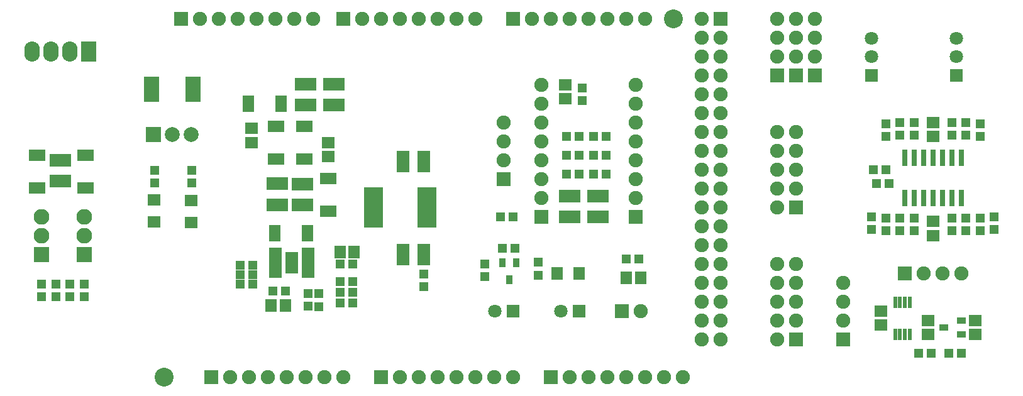
<source format=gbr>
G04 DipTrace 2.4.0.2*
%INTopMask.gbr*%
%MOIN*%
%ADD36C,0.1*%
%ADD40R,0.0709X0.0709*%
%ADD41C,0.0709*%
%ADD49R,0.0748X0.0748*%
%ADD50C,0.0748*%
%ADD63R,0.0237X0.0631*%
%ADD65R,0.0316X0.0867*%
%ADD67R,0.0493X0.0336*%
%ADD69R,0.071X0.0198*%
%ADD72R,0.0789X0.134*%
%ADD74C,0.0828*%
%ADD75R,0.0828X0.0828*%
%ADD76R,0.0336X0.0493*%
%ADD78R,0.1033X0.2182*%
%ADD80O,0.0828X0.1064*%
%ADD82R,0.0828X0.1064*%
%ADD86C,0.0789*%
%ADD87R,0.0789X0.0789*%
%ADD89C,0.058*%
%ADD91R,0.0631X0.071*%
%ADD93R,0.071X0.0631*%
%ADD95R,0.0907X0.0631*%
%ADD97R,0.0631X0.0907*%
%ADD99R,0.1143X0.071*%
%ADD101R,0.0671X0.0592*%
%ADD103R,0.0474X0.0513*%
%ADD105R,0.071X0.1143*%
%ADD107R,0.0592X0.0671*%
%ADD109R,0.0513X0.0474*%
%FSLAX44Y44*%
G04*
G70*
G90*
G75*
G01*
%LNTopMask*%
%LPD*%
D109*
X17812Y6063D3*
X18482D3*
X18500Y4937D3*
X17831D3*
D107*
X14171Y4812D3*
X14919D3*
D105*
X22250Y7500D3*
X21148D3*
X22250Y12437D3*
X21148D3*
D107*
X17812Y7625D3*
X18561D3*
D103*
X16686Y4749D3*
Y5419D3*
D101*
X13125Y13438D3*
Y14186D3*
D99*
X14500Y11250D3*
Y10148D3*
X15821Y11239D3*
Y10136D3*
X16000Y15438D3*
Y16540D3*
X17500Y15438D3*
Y16540D3*
D101*
X17187Y13437D3*
Y12689D3*
D103*
X46750Y8750D3*
Y9419D3*
D101*
X51500Y3250D3*
Y3998D3*
D103*
X47500Y14500D3*
Y13831D3*
X51750Y8750D3*
Y9419D3*
X51000Y14500D3*
Y13831D3*
D101*
X46500Y3752D3*
Y4500D3*
X49000Y3250D3*
Y3998D3*
X49250Y14500D3*
Y13752D3*
Y9250D3*
Y8502D3*
X29750Y15750D3*
Y16498D3*
D99*
X31500Y9500D3*
Y10602D3*
X30000Y9500D3*
Y10602D3*
X3000Y12500D3*
Y11398D3*
D107*
X33002Y6250D3*
X33750D3*
D97*
X14375Y8625D3*
X16107D3*
D95*
X14437Y12562D3*
Y14295D3*
D97*
X12946Y15509D3*
X14679D3*
D93*
X7972Y10403D3*
Y9222D3*
X9937Y9187D3*
Y10369D3*
D95*
X17187Y9812D3*
Y11545D3*
X15937Y12563D3*
Y14295D3*
D91*
X29319Y6500D3*
X30500D3*
D95*
X1750Y12750D3*
Y11018D3*
X4312Y12750D3*
Y11018D3*
D103*
X22272Y5790D3*
Y6460D3*
D109*
X49169Y2250D3*
X48500D3*
X26331Y9500D3*
X27000D3*
D36*
X35500Y20000D3*
D89*
D3*
D36*
X8500Y1000D3*
D89*
D3*
D49*
X11000D3*
D50*
X12000D3*
X13000D3*
X14000D3*
X15000D3*
X16000D3*
X17000D3*
X18000D3*
D49*
X9400Y20000D3*
D50*
X10400D3*
X11400D3*
X12400D3*
X13400D3*
X14400D3*
X15400D3*
X16400D3*
D49*
X38000D3*
D50*
X37000D3*
X38000Y19000D3*
X37000D3*
X38000Y18000D3*
X37000D3*
X38000Y17000D3*
X37000D3*
X38000Y16000D3*
X37000D3*
X38000Y15000D3*
X37000D3*
X38000Y14000D3*
X37000D3*
X38000Y13000D3*
X37000D3*
X38000Y12000D3*
X37000D3*
X38000Y11000D3*
X37000D3*
X38000Y10000D3*
X37000D3*
X38000Y9000D3*
X37000D3*
X38000Y8000D3*
X37000D3*
X38000Y7000D3*
X37000D3*
X38000Y6000D3*
X37000D3*
X38000Y5000D3*
X37000D3*
X38000Y4000D3*
X37000D3*
X38000Y3000D3*
X37000D3*
D49*
X20000Y1000D3*
D50*
X21000D3*
X22000D3*
X23000D3*
X24000D3*
X25000D3*
X26000D3*
X27000D3*
D49*
X18000Y20000D3*
D50*
X19000D3*
X20000D3*
X21000D3*
X22000D3*
X23000D3*
X24000D3*
X25000D3*
D49*
X42000Y10000D3*
D50*
X41000D3*
X42000Y11000D3*
X41000D3*
X42000Y12000D3*
X41000D3*
X42000Y13000D3*
X41000D3*
X42000Y14000D3*
X41000D3*
D49*
X29000Y1000D3*
D50*
X30000D3*
X31000D3*
X32000D3*
X33000D3*
X34000D3*
X35000D3*
X36000D3*
D49*
X27000Y20000D3*
D50*
X28000D3*
X29000D3*
X30000D3*
X31000D3*
X32000D3*
X33000D3*
X34000D3*
D49*
X42000Y3000D3*
D50*
X41000D3*
X42000Y4000D3*
X41000D3*
X42000Y5000D3*
X41000D3*
X42000Y6000D3*
X41000D3*
X42000Y7000D3*
X41000D3*
D49*
X44500Y3000D3*
D50*
Y4000D3*
Y5000D3*
Y6000D3*
D49*
X41000Y17000D3*
D50*
Y18000D3*
Y19000D3*
Y20000D3*
D49*
X42000Y17000D3*
D50*
Y18000D3*
Y19000D3*
Y20000D3*
D49*
X43000Y17000D3*
D50*
Y18000D3*
Y19000D3*
Y20000D3*
D87*
X7937Y13875D3*
D86*
X8937D3*
X9937D3*
D40*
X46000Y17000D3*
D41*
Y17984D3*
Y18969D3*
D40*
X50500Y17000D3*
D41*
Y17984D3*
Y18969D3*
D49*
X47750Y6500D3*
D50*
X48750D3*
X49750D3*
X50750D3*
D49*
X26500Y11500D3*
D50*
Y12500D3*
Y13500D3*
Y14500D3*
D49*
X33500Y9500D3*
D50*
Y10500D3*
Y11500D3*
Y12500D3*
Y13500D3*
Y14500D3*
Y15500D3*
Y16500D3*
D49*
X28500Y9500D3*
D50*
Y10500D3*
Y11500D3*
Y12500D3*
Y13500D3*
Y14500D3*
Y15500D3*
Y16500D3*
D40*
X27000Y4500D3*
D41*
X26016D3*
D40*
X30500D3*
D41*
X29516D3*
D82*
X4500Y18250D3*
D80*
X3500D3*
X2500D3*
X1500D3*
D49*
X32750Y4500D3*
D50*
X33750D3*
D78*
X22437Y10000D3*
X19587D3*
D76*
X27171Y7077D3*
X26423D3*
X26797Y6171D3*
D75*
X2000Y7500D3*
D74*
Y8500D3*
Y9500D3*
D75*
X4250Y7500D3*
D74*
Y8500D3*
Y9500D3*
D109*
X14250Y5562D3*
X14919D3*
X18500Y5500D3*
X17831D3*
X13187Y5937D3*
X12518D3*
X17812Y7000D3*
X18482D3*
X13187Y6437D3*
X12518D3*
X13187Y6937D3*
X12518D3*
D103*
X16125Y4750D3*
Y5419D3*
X7978Y11960D3*
Y11290D3*
X9960Y11960D3*
Y11290D3*
D72*
X10040Y16273D3*
X7835D3*
D109*
X50750Y2250D3*
X50081D3*
D103*
X47500Y8750D3*
Y9419D3*
X46000Y9500D3*
Y8831D3*
X46750Y13750D3*
Y14419D3*
X48250Y8750D3*
Y9419D3*
Y14500D3*
Y13831D3*
X51000Y8750D3*
Y9419D3*
X52500Y9498D3*
Y8829D3*
X51750Y13750D3*
Y14419D3*
X50250Y8750D3*
Y9419D3*
Y14500D3*
Y13831D3*
D109*
X46750Y12000D3*
X46081D3*
X46250Y11250D3*
X46919D3*
D103*
X30665Y16335D3*
Y15665D3*
D109*
X30500Y11750D3*
X29831D3*
X30500Y12750D3*
X29831D3*
X30500Y13750D3*
X29831D3*
X31250Y11750D3*
X31919D3*
X31250Y12750D3*
X31919D3*
X31250Y13750D3*
X31919D3*
X26415Y7835D3*
X27085D3*
D103*
X28335Y7085D3*
Y6415D3*
X25500Y7000D3*
Y6331D3*
X2000Y5250D3*
Y5919D3*
X4250Y5250D3*
Y5919D3*
D109*
X33000Y7250D3*
X33669D3*
D103*
X2750Y5250D3*
Y5919D3*
X3500Y5250D3*
Y5919D3*
D69*
X16124Y6374D3*
Y6571D3*
Y6768D3*
Y6965D3*
Y7162D3*
Y7359D3*
Y7556D3*
Y7752D3*
X14391D3*
Y7556D3*
Y7359D3*
Y7162D3*
Y6965D3*
Y6768D3*
Y6571D3*
Y6374D3*
D105*
X15258Y7063D3*
D67*
X50750Y3250D3*
Y3998D3*
X49844Y3624D3*
D65*
X47750Y10500D3*
X48250D3*
X48750D3*
X49250D3*
X49750D3*
X50250D3*
X50750D3*
Y12626D3*
X50250D3*
X49750D3*
X49250D3*
X48750D3*
X48250D3*
X47750D3*
D63*
X47250Y3250D3*
X47506D3*
X47762D3*
X48018D3*
Y4982D3*
X47762D3*
X47506D3*
X47250D3*
M02*

</source>
